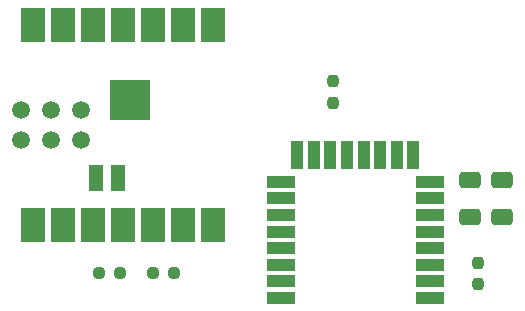
<source format=gtp>
%TF.GenerationSoftware,KiCad,Pcbnew,7.0.10*%
%TF.CreationDate,2024-03-22T23:10:46-04:00*%
%TF.ProjectId,Remote PCB,52656d6f-7465-4205-9043-422e6b696361,rev?*%
%TF.SameCoordinates,Original*%
%TF.FileFunction,Paste,Top*%
%TF.FilePolarity,Positive*%
%FSLAX46Y46*%
G04 Gerber Fmt 4.6, Leading zero omitted, Abs format (unit mm)*
G04 Created by KiCad (PCBNEW 7.0.10) date 2024-03-22 23:10:46*
%MOMM*%
%LPD*%
G01*
G04 APERTURE LIST*
G04 Aperture macros list*
%AMRoundRect*
0 Rectangle with rounded corners*
0 $1 Rounding radius*
0 $2 $3 $4 $5 $6 $7 $8 $9 X,Y pos of 4 corners*
0 Add a 4 corners polygon primitive as box body*
4,1,4,$2,$3,$4,$5,$6,$7,$8,$9,$2,$3,0*
0 Add four circle primitives for the rounded corners*
1,1,$1+$1,$2,$3*
1,1,$1+$1,$4,$5*
1,1,$1+$1,$6,$7*
1,1,$1+$1,$8,$9*
0 Add four rect primitives between the rounded corners*
20,1,$1+$1,$2,$3,$4,$5,0*
20,1,$1+$1,$4,$5,$6,$7,0*
20,1,$1+$1,$6,$7,$8,$9,0*
20,1,$1+$1,$8,$9,$2,$3,0*%
G04 Aperture macros list end*
%ADD10RoundRect,0.250000X-0.650000X0.412500X-0.650000X-0.412500X0.650000X-0.412500X0.650000X0.412500X0*%
%ADD11RoundRect,0.237500X-0.250000X-0.237500X0.250000X-0.237500X0.250000X0.237500X-0.250000X0.237500X0*%
%ADD12R,2.000000X3.000000*%
%ADD13C,1.500000*%
%ADD14R,1.300000X2.300000*%
%ADD15R,3.500000X3.500000*%
%ADD16RoundRect,0.237500X-0.237500X0.250000X-0.237500X-0.250000X0.237500X-0.250000X0.237500X0.250000X0*%
%ADD17R,2.450000X1.000000*%
%ADD18R,1.000000X2.450000*%
G04 APERTURE END LIST*
D10*
%TO.C,C1*%
X50165000Y-68524500D03*
X50165000Y-71649500D03*
%TD*%
D11*
%TO.C,R3*%
X23321000Y-76454000D03*
X25146000Y-76454000D03*
%TD*%
D12*
%TO.C,U1*%
X13152000Y-72381000D03*
X15692000Y-72381000D03*
X18232000Y-72381000D03*
X20772000Y-72381000D03*
X23312000Y-72381000D03*
X25852000Y-72381000D03*
X28392000Y-72381000D03*
X28392000Y-55381000D03*
X25852000Y-55381000D03*
X23312000Y-55381000D03*
X20772000Y-55381000D03*
X18232000Y-55381000D03*
X15692000Y-55381000D03*
X13152000Y-55381000D03*
D13*
X12192000Y-65151000D03*
X12192000Y-62611000D03*
X14732000Y-65151000D03*
X14732000Y-62611000D03*
X17272000Y-65151000D03*
X17272000Y-62611000D03*
D14*
X18472000Y-68381000D03*
X20372000Y-68381000D03*
D15*
X21372000Y-61781000D03*
%TD*%
D16*
%TO.C,R1*%
X38536000Y-60157500D03*
X38536000Y-61982500D03*
%TD*%
%TO.C,R4*%
X50877000Y-75548000D03*
X50877000Y-77373000D03*
%TD*%
D11*
%TO.C,R2*%
X18749000Y-76454000D03*
X20574000Y-76454000D03*
%TD*%
D10*
%TO.C,C2*%
X52882000Y-68524500D03*
X52882000Y-71649500D03*
%TD*%
D17*
%TO.C,DWM1*%
X46763000Y-78505800D03*
X46763000Y-77105800D03*
X46763000Y-75705800D03*
X46763000Y-74305800D03*
X46763000Y-72905800D03*
X46763000Y-71505800D03*
X46763000Y-70105800D03*
X46763000Y-68705800D03*
D18*
X45363000Y-66410800D03*
X43963000Y-66410800D03*
X42563000Y-66410800D03*
X41163000Y-66410800D03*
X39763000Y-66410800D03*
X38363000Y-66410800D03*
X36963000Y-66410800D03*
X35563000Y-66410800D03*
D17*
X34163000Y-68707000D03*
X34163000Y-70107000D03*
X34163000Y-71505800D03*
X34163000Y-72905800D03*
X34163000Y-74305800D03*
X34163000Y-75705800D03*
X34163000Y-77105800D03*
X34163000Y-78505800D03*
%TD*%
M02*

</source>
